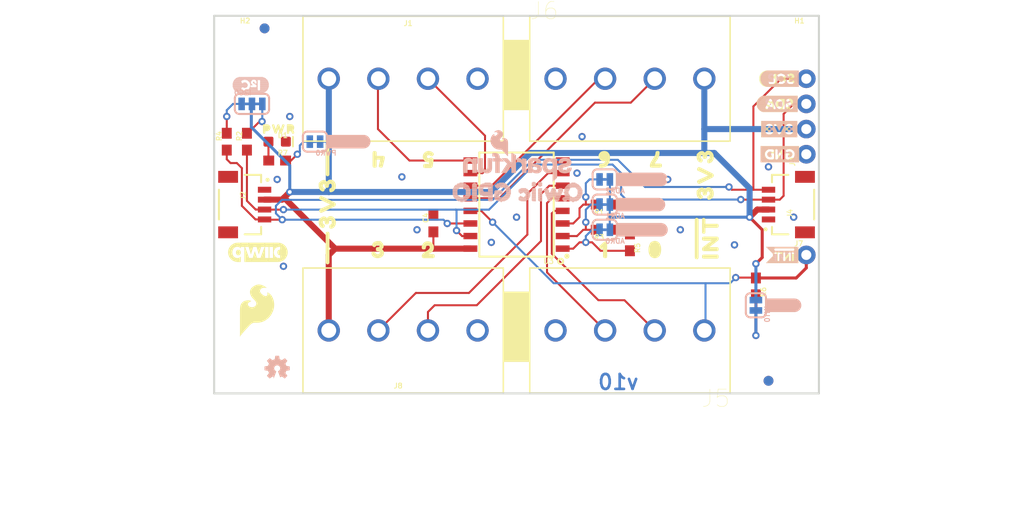
<source format=kicad_pcb>
(kicad_pcb (version 20211014) (generator pcbnew)
  (layers (0 "F.Cu" signal) (31 "B.Cu" signal) (34 "B.Paste" user) (35 "F.Paste" user) (36 "B.SilkS" user "B.Silkscreen") (37 "F.SilkS" user "F.Silkscreen") (38 "B.Mask" user) (39 "F.Mask" user) (44 "Edge.Cuts" user))
  (net 0 "")
  (net 1 "3.3V")
  (net 2 "GND")
  (net 3 "SCL_PU1")
  (net 4 "SDA_PU1")
  (net 5 "~{INT}")
  (net 6 "ADR0")
  (net 7 "ADR1")
  (net 8 "ADR2")
  (net 9 "SDA")
  (net 10 "SCL")
  (net 11 "P0")
  (net 12 "P2")
  (net 13 "P3")
  (net 14 "P1")
  (net 15 "N$1")
  (net 16 "N$2")
  (net 17 "N$3")
  (net 18 "P4")
  (net 19 "P5")
  (net 20 "P6")
  (net 21 "P7")
  (footprint "boardEagle:LATCHTERMINAL-5MM-4" (layer "F.Cu") (at 137.0711 92.3036)
    (fp_text reference "J1" (at 0 -5.588) (layer "F.SilkS") (effects (font (size 0.512064 0.512064) (thickness 0.097536)) (justify left)))
    (fp_text value "" (at 0 5.08) (layer "F.SilkS") (effects (font (size 0.512064 0.512064) (thickness 0.097536)) (justify left)))
    (pad "1" thru_hole circle (at -7.5 0) (size 2.25 2.25) (drill 1.5) (layers *.Cu *.Mask) (net 1 "3.3V"))
    (pad "2" thru_hole circle (at -2.5 0) (size 2.25 2.25) (drill 1.5) (layers *.Cu *.Mask) (net 18 "P4"))
    (pad "3" thru_hole circle (at 2.5 0) (size 2.25 2.25) (drill 1.5) (layers *.Cu *.Mask) (net 19 "P5"))
    (pad "4" thru_hole circle (at 7.5 0) (size 2.25 2.25) (drill 1.5) (layers *.Cu *.Mask) (net 2 "GND"))
  )
  (footprint "boardEagle:0603" (layer "F.Cu") (at 159.9311 108.8136 -90)
    (fp_text reference "R5" (at 0 -0.762 90) (layer "F.SilkS") (effects (font (size 0.512064 0.512064) (thickness 0.097536)) (justify right)))
    (fp_text value "2.2k")
    (pad "1" smd rect (at -0.85 0 270) (size 1.1 1) (layers "F.Cu" "F.Paste" "F.Mask") (net 2 "GND"))
    (pad "2" smd rect (at 0.85 0 270) (size 1.1 1) (layers "F.Cu" "F.Paste" "F.Mask") (net 6 "ADR0"))
  )
  (footprint "boardEagle:FIDUCIAL-1X2" (layer "F.Cu") (at 123.1011 87.2236)
    (fp_text reference "JP6" hide)
    (fp_text value "FIDUCIAL1X2" hide)
    (pad "1" smd roundrect (at 0 0) (size 1 1) (layers "F.Cu" "F.Mask") (roundrect_rratio 0.5))
  )
  (footprint "boardEagle:SFE_LOGO_FLAME_.2" (layer "F.Cu") (at 122.3391 115.6716)
    (fp_text reference "LOGO4" hide)
    (fp_text value "SFE_LOGO_FLAME.2_INCH" hide)
  )
  (footprint "boardEagle:3V33" (layer "F.Cu") (at 172.6311 97.3836)
    (fp_text reference "U$3" hide)
    (fp_text value "" hide)
  )
  (footprint "boardEagle:STAND-OFF" (layer "F.Cu") (at 176.4411 121.5136)
    (fp_text reference "JP4" hide)
    (fp_text value "STAND-OFF" hide)
    (pad "" np_thru_hole circle (at 0 0) (size 3.302 3.302) (drill 3.302) (layers *.Cu *.Mask))
  )
  (footprint "boardEagle:STAND-OFF" (layer "F.Cu") (at 120.5611 88.4936)
    (fp_text reference "H2" (at 0 -2.032) (layer "F.SilkS") (effects (font (size 0.512064 0.512064) (thickness 0.097536)) (justify left)))
    (fp_text value "STAND-OFF")
    (pad "" np_thru_hole circle (at 0 0) (size 3.302 3.302) (drill 3.302) (layers *.Cu *.Mask))
  )
  (footprint "boardEagle:LATCHTERMINAL-5MM-4" (layer "F.Cu") (at 137.0711 117.7036 180)
    (fp_text reference "J8" (at 0 -5.588) (layer "F.SilkS") (effects (font (size 0.512064 0.512064) (thickness 0.097536)) (justify right)))
    (fp_text value "" (at 0 5.08) (layer "F.SilkS") (effects (font (size 0.512064 0.512064) (thickness 0.097536)) (justify right)))
    (pad "1" thru_hole circle (at -7.5 0 180) (size 2.25 2.25) (drill 1.5) (layers *.Cu *.Mask) (net 2 "GND"))
    (pad "2" thru_hole circle (at -2.5 0 180) (size 2.25 2.25) (drill 1.5) (layers *.Cu *.Mask) (net 12 "P2"))
    (pad "3" thru_hole circle (at 2.5 0 180) (size 2.25 2.25) (drill 1.5) (layers *.Cu *.Mask) (net 13 "P3"))
    (pad "4" thru_hole circle (at 7.5 0 180) (size 2.25 2.25) (drill 1.5) (layers *.Cu *.Mask) (net 1 "3.3V"))
  )
  (footprint "boardEagle:60" (layer "F.Cu") (at 159.1691 100.4316 180)
    (fp_text reference "U$35" hide)
    (fp_text value "" hide)
  )
  (footprint "boardEagle:FIDUCIAL-1X2" (layer "F.Cu") (at 173.9011 122.7836)
    (fp_text reference "JP2" hide)
    (fp_text value "FIDUCIAL1X2" hide)
    (pad "1" smd roundrect (at 0 0) (size 1 1) (layers "F.Cu" "F.Mask") (roundrect_rratio 0.5))
  )
  (footprint "boardEagle:QWIIC_6MM" (layer "F.Cu") (at 122.4661 109.8296)
    (fp_text reference "U$21" hide)
    (fp_text value "" hide)
  )
  (footprint "boardEagle:GND4" (layer "F.Cu") (at 172.6311 99.9236)
    (fp_text reference "U$7" hide)
    (fp_text value "" hide)
  )
  (footprint "boardEagle:50" (layer "F.Cu") (at 141.3891 100.4316 180)
    (fp_text reference "U$33" hide)
    (fp_text value "" hide)
  )
  (footprint "boardEagle:1X01_NO_SILK" (layer "F.Cu") (at 177.7111 110.0836)
    (fp_text reference "J7" (at -1.27 -1.143) (layer "F.SilkS") (effects (font (size 0.512064 0.512064) (thickness 0.097536)) (justify left)))
    (fp_text value "")
    (pad "1" thru_hole circle (at 0 0 90) (size 1.8796 1.8796) (drill 1.016) (layers *.Cu *.Mask) (net 5 "~{INT}"))
  )
  (footprint "boardEagle:0603" (layer "F.Cu") (at 140.1191 106.9086 90)
    (fp_text reference "C4" (at 0 -0.762 90) (layer "F.SilkS") (effects (font (size 0.512064 0.512064) (thickness 0.097536)) (justify left)))
    (fp_text value "0.1uF")
    (pad "1" smd rect (at -0.85 0 90) (size 1.1 1) (layers "F.Cu" "F.Paste" "F.Mask") (net 1 "3.3V"))
    (pad "2" smd rect (at 0.85 0 90) (size 1.1 1) (layers "F.Cu" "F.Paste" "F.Mask") (net 2 "GND"))
  )
  (footprint "boardEagle:#GND#0" (layer "F.Cu") (at 148.5011 96.1136 90)
    (fp_text reference "U$40" hide)
    (fp_text value "" hide)
  )
  (footprint "boardEagle:00" (layer "F.Cu") (at 160.5661 109.5756)
    (fp_text reference "U$14" hide)
    (fp_text value "" hide)
  )
  (footprint "boardEagle:LED-0603" (layer "F.Cu") (at 124.3711 98.6536)
    (fp_text reference "D1" (at 0 -0.635) (layer "F.SilkS") (effects (font (size 0.512064 0.512064) (thickness 0.097536)) (justify left)))
    (fp_text value "RED")
    (pad "A" smd roundrect (at -0.877 0 270) (size 1 1) (layers "F.Cu" "F.Paste" "F.Mask") (roundrect_rratio 0.15) (net 16 "N$2"))
    (pad "C" smd roundrect (at 0.877 0 270) (size 1 1) (layers "F.Cu" "F.Paste" "F.Mask") (roundrect_rratio 0.15) (net 2 "GND"))
  )
  (footprint "boardEagle:70" (layer "F.Cu") (at 164.3761 100.4316 180)
    (fp_text reference "U$37" hide)
    (fp_text value "" hide)
  )
  (footprint "boardEagle:0603" (layer "F.Cu") (at 172.6311 113.2586 -90)
    (fp_text reference "R6" (at 0 -0.762 90) (layer "F.SilkS") (effects (font (size 0.512064 0.512064) (thickness 0.097536)) (justify right)))
    (fp_text value "10k")
    (pad "1" smd rect (at -0.85 0 270) (size 1.1 1) (layers "F.Cu" "F.Paste" "F.Mask") (net 5 "~{INT}"))
    (pad "2" smd rect (at 0.85 0 270) (size 1.1 1) (layers "F.Cu" "F.Paste" "F.Mask") (net 15 "N$1"))
  )
  (footprint "boardEagle:10" (layer "F.Cu") (at 155.6131 109.5756)
    (fp_text reference "U$6" hide)
    (fp_text value "" hide)
  )
  (footprint "boardEagle:STAND-OFF" (layer "F.Cu") (at 120.5611 121.5136)
    (fp_text reference "JP3" hide)
    (fp_text value "STAND-OFF" hide)
    (pad "" np_thru_hole circle (at 0 0) (size 3.302 3.302) (drill 3.302) (layers *.Cu *.Mask))
  )
  (footprint "boardEagle:PWR0" (layer "F.Cu") (at 122.2121 97.3836)
    (fp_text reference "U$34" hide)
    (fp_text value "" hide)
  )
  (footprint "boardEagle:0603" (layer "F.Cu") (at 157.3911 105.0036 180)
    (fp_text reference "R1" (at 0 -0.762) (layer "F.SilkS") (effects (font (size 0.512064 0.512064) (thickness 0.097536)) (justify right)))
    (fp_text value "2.2k")
    (pad "1" smd rect (at -0.85 0 180) (size 1.1 1) (layers "F.Cu" "F.Paste" "F.Mask") (net 2 "GND"))
    (pad "2" smd rect (at 0.85 0 180) (size 1.1 1) (layers "F.Cu" "F.Paste" "F.Mask") (net 8 "ADR2"))
  )
  (footprint "boardEagle:LATCHTERMINAL-5MM-4" (layer "F.Cu") (at 159.9311 117.7036 180)
    (fp_text reference "J5" (at -10.16 -6.858) (layer "F.SilkS") (effects (font (size 1.738986 1.738986) (thickness 0.039014)) (justify right)))
    (fp_text value "" (at -10.16 8.89) (layer "F.SilkS") (effects (font (size 1.738986 1.738986) (thickness 0.039014)) (justify right)))
    (pad "1" thru_hole circle (at -7.5 0 180) (size 2.25 2.25) (drill 1.5) (layers *.Cu *.Mask) (net 5 "~{INT}"))
    (pad "2" thru_hole circle (at -2.5 0 180) (size 2.25 2.25) (drill 1.5) (layers *.Cu *.Mask) (net 11 "P0"))
    (pad "3" thru_hole circle (at 2.5 0 180) (size 2.25 2.25) (drill 1.5) (layers *.Cu *.Mask) (net 14 "P1"))
    (pad "4" thru_hole circle (at 7.5 0 180) (size 2.25 2.25) (drill 1.5) (layers *.Cu *.Mask) (net 2 "GND"))
  )
  (footprint "boardEagle:3V30" (layer "F.Cu") (at 167.5511 105.7656 90)
    (fp_text reference "U$31" hide)
    (fp_text value "" hide)
  )
  (footprint "boardEagle:1X04_NO_SILK" (layer "F.Cu") (at 177.7111 99.9236 90)
    (fp_text reference "J9" (at -1.27 -1.397 90) (layer "F.SilkS") (effects (font (size 0.512064 0.512064) (thickness 0.097536)) (justify left)))
    (fp_text value "")
    (pad "1" thru_hole circle (at 0 0 180) (size 1.8796 1.8796) (drill 1.016) (layers *.Cu *.Mask) (net 2 "GND"))
    (pad "2" thru_hole circle (at 2.54 0 180) (size 1.8796 1.8796) (drill 1.016) (layers *.Cu *.Mask) (net 1 "3.3V"))
    (pad "3" thru_hole circle (at 5.08 0 180) (size 1.8796 1.8796) (drill 1.016) (layers *.Cu *.Mask) (net 9 "SDA"))
    (pad "4" thru_hole circle (at 7.62 0 180) (size 1.8796 1.8796) (drill 1.016) (layers *.Cu *.Mask) (net 10 "SCL"))
  )
  (footprint "boardEagle:JST04_1MM_RA" (layer "F.Cu") (at 123.1011 105.0036 -90)
    (fp_text reference "J2" (at -1.397 2.159 90) (layer "F.SilkS") (effects (font (size 0.512064 0.512064) (thickness 0.097536)) (justify right)))
    (fp_text value "QWIIC")
    (pad "1" smd rect (at -1.5 0 270) (size 0.6 1.35) (layers "F.Cu" "F.Paste" "F.Mask") (net 2 "GND"))
    (pad "2" smd rect (at -0.5 0 270) (size 0.6 1.35) (layers "F.Cu" "F.Paste" "F.Mask") (net 1 "3.3V"))
    (pad "3" smd rect (at 0.5 0 270) (size 0.6 1.35) (layers "F.Cu" "F.Paste" "F.Mask") (net 9 "SDA"))
    (pad "4" smd rect (at 1.5 0 270) (size 0.6 1.35) (layers "F.Cu" "F.Paste" "F.Mask") (net 10 "SCL"))
    (pad "NC1" smd rect (at 2.8 3.675 270) (size 1.2 2) (layers "F.Cu" "F.Paste" "F.Mask"))
    (pad "NC2" smd rect (at -2.8 3.675 270) (size 1.2 2) (layers "F.Cu" "F.Paste" "F.Mask"))
  )
  (footprint "boardEagle:#INT0" (layer "F.Cu") (at 173.3931 110.0836)
    (fp_text reference "U$22" hide)
    (fp_text value "" hide)
  )
  (footprint "boardEagle:LATCHTERMINAL-5MM-4" (layer "F.Cu") (at 159.9311 92.3036)
    (fp_text reference "J6" (at -10.16 -6.858) (layer "F.SilkS") (effects (font (size 1.738986 1.738986) (thickness 0.039014)) (justify left)))
    (fp_text value "" (at -10.16 8.89) (layer "F.SilkS") (effects (font (size 1.738986 1.738986) (thickness 0.039014)) (justify left)))
    (pad "1" thru_hole circle (at -7.5 0) (size 2.25 2.25) (drill 1.5) (layers *.Cu *.Mask) (net 2 "GND"))
    (pad "2" thru_hole circle (at -2.5 0) (size 2.25 2.25) (drill 1.5) (layers *.Cu *.Mask) (net 20 "P6"))
    (pad "3" thru_hole circle (at 2.5 0) (size 2.25 2.25) (drill 1.5) (layers *.Cu *.Mask) (net 21 "P7"))
    (pad "4" thru_hole circle (at 7.5 0) (size 2.25 2.25) (drill 1.5) (layers *.Cu *.Mask) (net 1 "3.3V"))
  )
  (footprint "boardEagle:20" (layer "F.Cu") (at 137.7061 109.5756)
    (fp_text reference "U$2" hide)
    (fp_text value "" hide)
  )
  (footprint "boardEagle:SDA5" (layer "F.Cu") (at 172.6311 94.8436)
    (fp_text reference "U$10" hide)
    (fp_text value "" hide)
  )
  (footprint "boardEagle:0603" (layer "F.Cu") (at 157.3911 107.5436 180)
    (fp_text reference "R3" (at 0 -0.762) (layer "F.SilkS") (effects (font (size 0.512064 0.512064) (thickness 0.097536)) (justify right)))
    (fp_text value "2.2k")
    (pad "1" smd rect (at -0.85 0 180) (size 1.1 1) (layers "F.Cu" "F.Paste" "F.Mask") (net 2 "GND"))
    (pad "2" smd rect (at 0.85 0 180) (size 1.1 1) (layers "F.Cu" "F.Paste" "F.Mask") (net 7 "ADR1"))
  )
  (footprint "boardEagle:0603" (layer "F.Cu") (at 119.2911 98.6536 90)
    (fp_text reference "R4" (at 0 -0.762 90) (layer "F.SilkS") (effects (font (size 0.512064 0.512064) (thickness 0.097536)) (justify left)))
    (fp_text value "2.2k")
    (pad "1" smd rect (at -0.85 0 90) (size 1.1 1) (layers "F.Cu" "F.Paste" "F.Mask") (net 10 "SCL"))
    (pad "2" smd rect (at 0.85 0 90) (size 1.1 1) (layers "F.Cu" "F.Paste" "F.Mask") (net 4 "SDA_PU1"))
  )
  (footprint "boardEagle:40" (layer "F.Cu") (at 136.4361 100.4316 180)
    (fp_text reference "U$32" hide)
    (fp_text value "" hide)
  )
  (footprint "boardEagle:CREATIVE_COMMONS" (layer "F.Cu") (at 116.7511 134.2136)
    (fp_text reference "FRAME1" hide)
    (fp_text value "FRAME-LETTER" hide)
  )
  (footprint "boardEagle:3V30" (layer "F.Cu") (at 129.4511 108.6866 90)
    (fp_text reference "U$30" hide)
    (fp_text value "" hide)
  )
  (footprint "boardEagle:0603" (layer "F.Cu") (at 124.3711 100.5586)
    (fp_text reference "R7" (at 0 -0.762) (layer "F.SilkS") (effects (font (size 0.512064 0.512064) (thickness 0.097536)) (justify left)))
    (fp_text value "1k")
    (pad "1" smd rect (at -0.85 0) (size 1.1 1) (layers "F.Cu" "F.Paste" "F.Mask") (net 16 "N$2"))
    (pad "2" smd rect (at 0.85 0) (size 1.1 1) (layers "F.Cu" "F.Paste" "F.Mask") (net 17 "N$3"))
  )
  (footprint "boardEagle:#INT0" (layer "F.Cu") (at 167.8051 111.7346 90)
    (fp_text reference "U$29" hide)
    (fp_text value "" hide)
  )
  (footprint "boardEagle:30" (layer "F.Cu") (at 132.6261 109.5756)
    (fp_text reference "U$4" hide)
    (fp_text value "" hide)
  )
  (footprint "boardEagle:#GND#0" (layer "F.Cu") (at 148.5011 121.5136 90)
    (fp_text reference "U$38" hide)
    (fp_text value "" hide)
  )
  (footprint "boardEagle:0603" (layer "F.Cu") (at 121.3231 98.6536 90)
    (fp_text reference "R2" (at 0 -0.762 90) (layer "F.SilkS") (effects (font (size 0.512064 0.512064) (thickness 0.097536)) (justify left)))
    (fp_text value "2.2k")
    (pad "1" smd rect (at -0.85 0 90) (size 1.1 1) (layers "F.Cu" "F.Paste" "F.Mask") (net 9 "SDA"))
    (pad "2" smd rect (at 0.85 0 90) (size 1.1 1) (layers "F.Cu" "F.Paste" "F.Mask") (net 3 "SCL_PU1"))
  )
  (footprint "boardEagle:JST04_1MM_RA" (layer "F.Cu") (at 173.9011 105.0036 90)
    (fp_text reference "J4" (at -1.397 2.159 90) (layer "F.SilkS") (effects (font (size 0.512064 0.512064) (thickness 0.097536)) (justify left)))
    (fp_text value "QWIIC")
    (pad "1" smd rect (at -1.5 0 90) (size 0.6 1.35) (layers "F.Cu" "F.Paste" "F.Mask") (net 2 "GND"))
    (pad "2" smd rect (at -0.5 0 90) (size 0.6 1.35) (layers "F.Cu" "F.Paste" "F.Mask") (net 1 "3.3V"))
    (pad "3" smd rect (at 0.5 0 90) (size 0.6 1.35) (layers "F.Cu" "F.Paste" "F.Mask") (net 9 "SDA"))
    (pad "4" smd rect (at 1.5 0 90) (size 0.6 1.35) (layers "F.Cu" "F.Paste" "F.Mask") (net 10 "SCL"))
    (pad "NC1" smd rect (at 2.8 3.675 90) (size 1.2 2) (layers "F.Cu" "F.Paste" "F.Mask"))
    (pad "NC2" smd rect (at -2.8 3.675 90) (size 1.2 2) (layers "F.Cu" "F.Paste" "F.Mask"))
  )
  (footprint "boardEagle:SCL6" (layer "F.Cu") (at 172.8851 92.3036)
    (fp_text reference "U$9" hide)
    (fp_text value "" hide)
  )
  (footprint "boardEagle:REVISION" (layer "F.Cu") (at 128.1811 136.7536)
    (fp_text reference "LOGO2" hide)
    (fp_text value "REVISION" hide)
  )
  (footprint "boardEagle:STAND-OFF" (layer "F.Cu") (at 176.4411 88.4936)
    (fp_text reference "H1" (at 0 -2.032) (layer "F.SilkS") (effects (font (size 0.512064 0.512064) (thickness 0.097536)) (justify left)))
    (fp_text value "STAND-OFF")
    (pad "" np_thru_hole circle (at 0 0) (size 3.302 3.302) (drill 3.302) (layers *.Cu *.Mask))
  )
  (footprint "boardEagle:16SOIC" (layer "F.Cu") (at 148.5011 105.0036 180)
    (fp_text reference "U3" (at -3.81 -5.715) (layer "F.SilkS") (effects (font (size 0.512064 0.512064) (thickness 0.097536)) (justify right)))
    (fp_text value "TCA9534")
    (pad "1" smd rect (at -4.65 -4.445 180) (size 1.397 0.6477) (layers "F.Cu" "F.Paste" "F.Mask") (net 6 "ADR0"))
    (pad "2" smd rect (at -4.65 -3.175 180) (size 1.397 0.6477) (layers "F.Cu" "F.Paste" "F.Mask") (net 7 "ADR1"))
    (pad "3" smd rect (at -4.65 -1.905 180) (size 1.397 0.6477) (layers "F.Cu" "F.Paste" "F.Mask") (net 8 "ADR2"))
    (pad "4" smd rect (at -4.65 -0.635 180) (size 1.397 0.6477) (layers "F.Cu" "F.Paste" "F.Mask") (net 11 "P0"))
    (pad "5" smd rect (at -4.65 0.635 180) (size 1.397 0.6477) (layers "F.Cu" "F.Paste" "F.Mask") (net 14 "P1"))
    (pad "6" smd rect (at -4.65 1.905 180) (size 1.397 0.6477) (layers "F.Cu" "F.Paste" "F.Mask") (net 12 "P2"))
    (pad "7" smd rect (at -4.65 3.175 180) (size 1.397 0.6477) (layers "F.Cu" "F.Paste" "F.Mask") (net 13 "P3"))
    (pad "8" smd rect (at -4.65 4.445 180) (size 1.397 0.6477) (layers "F.Cu" "F.Paste" "F.Mask") (net 2 "GND"))
    (pad "9" smd rect (at 4.65 4.445 180) (size 1.397 0.6477) (layers "F.Cu" "F.Paste" "F.Mask") (net 18 "P4"))
    (pad "10" smd rect (at 4.65 3.175 180) (size 1.397 0.6477) (layers "F.Cu" "F.Paste" "F.Mask") (net 19 "P5"))
    (pad "11" smd rect (at 4.65 1.905 180) (size 1.397 0.6477) (layers "F.Cu" "F.Paste" "F.Mask") (net 20 "P6"))
    (pad "12" smd rect (at 4.65 0.635 180) (size 1.397 0.6477) (layers "F.Cu" "F.Paste" "F.Mask") (net 21 "P7"))
    (pad "13" smd rect (at 4.65 -0.635 180) (size 1.397 0.6477) (layers "F.Cu" "F.Paste" "F.Mask") (net 5 "~{INT}"))
    (pad "14" smd rect (at 4.65 -1.905 180) (size 1.397 0.6477) (layers "F.Cu" "F.Paste" "F.Mask") (net 10 "SCL"))
    (pad "15" smd rect (at 4.65 -3.175 180) (size 1.397 0.6477) (layers "F.Cu" "F.Paste" "F.Mask") (net 9 "SDA"))
    (pad "16" smd rect (at 4.65 -4.445 180) (size 1.397 0.6477) (layers "F.Cu" "F.Paste" "F.Mask") (net 1 "3.3V"))
  )
  (footprint "boardEagle:#INT#0" (layer "B.Cu") (at 177.2031 115.1636 180)
    (fp_text reference "U$12" hide)
    (fp_text value "" hide)
  )
  (footprint "boardEagle:SMT-JUMPER_2_NC_TRACE_SILK" (layer "B.Cu") (at 157.3911 102.4636)
    (fp_text reference "ADR2" (at 0 1.143) (layer "B.SilkS") (effects (font (size 0.512064 0.512064) (thickness 0.097536)) (justify right mirror)))
    (fp_text value "JUMPER-SMT_2_NC_TRACE_SILK")
    (fp_poly (pts (xy 0.1905 -0.13335) (xy -0.70485 -0.13335) (xy -0.70485 0.13335) (xy 0.1905 0.13335)) (layer "B.Cu") (width 0) (fill solid))
    (pad "1" smd rect (at -0.5207 0) (size 0.6604 1.27) (layers "B.Cu" "B.Mask") (net 8 "ADR2"))
    (pad "2" smd rect (at 0.5207 0) (size 0.6604 1.27) (layers "B.Cu" "B.Mask") (net 1 "3.3V"))
  )
  (footprint "boardEagle:GND4" (layer "B.Cu") (at 177.4571 99.9236 180)
    (fp_text reference "U$25" hide)
    (fp_text value "" hide)
  )
  (footprint "boardEagle:SCL0" (layer "B.Cu") (at 177.4571 92.3036 180)
    (fp_text reference "U$23" hide)
    (fp_text value "" hide)
  )
  (footprint "boardEagle:I2C" (layer "B.Cu") (at 123.6091 92.9386 180)
    (fp_text reference "U$1" hide)
    (fp_text value "" hide)
  )
  (footprint "boardEagle:FIDUCIAL-1X2" (layer "B.Cu") (at 173.9011 122.7836 -90)
    (fp_text reference "FD2" hide)
    (fp_text value "FIDUCIAL1X2" hide)
    (pad "1" smd roundrect (at 0 0 270) (size 1 1) (layers "B.Cu" "B.Mask") (roundrect_rratio 0.5))
  )
  (footprint "boardEagle:#ADR1#0" (layer "B.Cu") (at 163.4871 105.0036 180)
    (fp_text reference "U$5" hide)
    (fp_text value "" hide)
  )
  (footprint "boardEagle:SMT-JUMPER_3_2-NC_TRACE_SILK" (layer "B.Cu") (at 121.8311 94.8436 180)
    (fp_text reference "I2C0" (at 0 1.143) (layer "B.SilkS") (effects (font (size 0.512064 0.512064) (thickness 0.097536)) (justify left mirror)))
    (fp_text value "JUMPER-SMT_3_2-NC_TRACE_SILK")
    (fp_poly (pts (xy 0.7112 -0.13335) (xy -0.7112 -0.13335) (xy -0.7112 0.13335) (xy 0.7112 0.13335)) (layer "B.Cu") (width 0) (fill solid))
    (pad "1" smd rect (at -1.0414 0 180) (size 0.6604 1.27) (layers "B.Cu" "B.Mask") (net 3 "SCL_PU1"))
    (pad "2" smd rect (at 0 0 180) (size 0.6604 1.27) (layers "B.Cu" "B.Mask") (net 1 "3.3V"))
    (pad "3" smd rect (at 1.0414 0 180) (size 0.6604 1.27) (layers "B.Cu" "B.Mask") (net 4 "SDA_PU1"))
  )
  (footprint "boardEagle:SMT-JUMPER_2_NC_TRACE_SILK" (layer "B.Cu") (at 128.1811 98.6536)
    (fp_text reference "PWR0" (at 0 1.143) (layer "B.SilkS") (effects (font (size 0.512064 0.512064) (thickness 0.097536)) (justify right mirror)))
    (fp_text value "JUMPER-SMT_2_NC_TRACE_SILK")
    (fp_poly (pts (xy 0.1905 -0.13335) (xy -0.70485 -0.13335) (xy -0.70485 0.13335) (xy 0.1905 0.13335)) (layer "B.Cu") (width 0) (fill solid))
    (pad "1" smd rect (at -0.5207 0) (size 0.6604 1.27) (layers "B.Cu" "B.Mask") (net 17 "N$3"))
    (pad "2" smd rect (at 0.5207 0) (size 0.6604 1.27) (layers "B.Cu" "B.Mask") (net 1 "3.3V"))
  )
  (footprint "boardEagle:SDA1" (layer "B.Cu") (at 177.3301 94.8436 180)
    (fp_text reference "U$24" hide)
    (fp_text value "" hide)
  )
  (footprint "boardEagle:3V33" (layer "B.Cu") (at 177.3301 97.3836 180)
    (fp_text reference "U$26" hide)
    (fp_text value "" hide)
  )
  (footprint "boardEagle:#INT0" (layer "B.Cu") (at 177.5841 110.0836 180)
    (fp_text reference "U$13" hide)
    (fp_text value "" hide)
  )
  (footprint "boardEagle:SMT-JUMPER_2_NC_TRACE_SILK" (layer "B.Cu") (at 172.6311 115.1636 90)
    (fp_text reference "INT0" (at 0 1.143 90) (layer "B.SilkS") (effects (font (size 0.512064 0.512064) (thickness 0.097536)) (justify left mirror)))
    (fp_text value "JUMPER-SMT_2_NC_TRACE_SILK")
    (fp_poly (pts (xy 0.1905 -0.13335) (xy -0.70485 -0.13335) (xy -0.70485 0.13335) (xy 0.1905 0.13335)) (layer "B.Cu") (width 0) (fill solid))
    (pad "1" smd rect (at -0.5207 0 90) (size 0.6604 1.27) (layers "B.Cu" "B.Mask") (net 15 "N$1"))
    (pad "2" smd rect (at 0.5207 0 90) (size 0.6604 1.27) (layers "B.Cu" "B.Mask") (net 1 "3.3V"))
  )
  (footprint "boardEagle:FIDUCIAL-1X2" (layer "B.Cu") (at 123.1011 87.2236 180)
    (fp_text reference "FD1" hide)
    (fp_text value "FIDUCIAL1X2" hide)
    (pad "1" smd roundrect (at 0 0 180) (size 1 1) (layers "B.Cu" "B.Mask") (roundrect_rratio 0.5))
  )
  (footprint "boardEagle:#PWR#0" (layer "B.Cu") (at 133.7691 98.6536 180)
    (fp_text reference "U$39" hide)
    (fp_text value "" hide)
  )
  (footprint "boardEagle:OSHW-LOGO-MINI" (layer "B.Cu") (at 124.3711 121.5136 180)
    (fp_text reference "LOGO1" hide)
    (fp_text value "OSHW-LOGOMINI" hide)
  )
  (footprint "boardEagle:SMT-JUMPER_2_NC_TRACE_SILK" (layer "B.Cu") (at 157.3911 105.0036)
    (fp_text reference "ADR1" (at 0 1.143) (layer "B.SilkS") (effects (font (size 0.512064 0.512064) (thickness 0.097536)) (justify right mirror)))
    (fp_text value "JUMPER-SMT_2_NC_TRACE_SILK")
    (fp_poly (pts (xy 0.1905 -0.13335) (xy -0.70485 -0.13335) (xy -0.70485 0.13335) (xy 0.1905 0.13335)) (layer "B.Cu") (width 0) (fill solid))
    (pad "1" smd rect (at -0.5207 0) (size 0.6604 1.27) (layers "B.Cu" "B.Mask") (net 7 "ADR1"))
    (pad "2" smd rect (at 0.5207 0) (size 0.6604 1.27) (layers "B.Cu" "B.Mask") (net 1 "3.3V"))
  )
  (footprint "boardEagle:#ADR0#0" (layer "B.Cu") (at 163.7411 107.5436 180)
    (fp_text reference "U$15" hide)
    (fp_text value "" hide)
  )
  (footprint "boardEagle:SMT-JUMPER_2_NC_TRACE_SILK" (layer "B.Cu") (at 157.3911 107.5436)
    (fp_text reference "ADR0" (at 0 1.143) (layer "B.SilkS") (effects (font (size 0.512064 0.512064) (thickness 0.097536)) (justify right mirror)))
    (fp_text value "JUMPER-SMT_2_NC_TRACE_SILK")
    (fp_poly (pts (xy 0.1905 -0.13335) (xy -0.70485 -0.13335) (xy -0.70485 0.13335) (xy 0.1905 0.13335)) (layer "B.Cu") (width 0) (fill solid))
    (pad "1" smd rect (at -0.5207 0) (size 0.6604 1.27) (layers "B.Cu" "B.Mask") (net 6 "ADR0"))
    (pad "2" smd rect (at 0.5207 0) (size 0.6604 1.27) (layers "B.Cu" "B.Mask") (net 1 "3.3V"))
  )
  (footprint "boardEagle:#ADR2#0" (layer "B.Cu") (at 163.7411 102.4636 180)
    (fp_text reference "U$11" hide)
    (fp_text value "" hide)
  )
  (footprint "boardEagle:SFE_LOGO_NAME_FLAME_.1" (layer "B.Cu") (at 148.5011 101.1936 180)
    (fp_text reference "LOGO3" hide)
    (fp_text value "SFE_LOGO_NAME_FLAME.1_INCH" hide)
  )
  (footprint "boardEagle:QWIIC_GPIO7" (layer "B.Cu") (at 156.7561 103.7336 180)
    (fp_text reference "U$8" hide)
    (fp_text value "" hide)
  )
  (gr_line (start 129.4511 110.8456) (end 129.4511 107.9246) (layer "F.SilkS") (width 0.381))
  (gr_line (start 129.4511 101.9556) (end 129.4511 99.0346) (layer "F.SilkS") (width 0.381))
  (gr_circle (center 153.5811 110.2106) (end 153.7081 110.2106) (layer "F.SilkS") (width 0.254) (fill none))
  (gr_line (start 166.6621 110.3376) (end 166.6621 106.5276) (layer "F.SilkS") (width 0.381))
  (gr_line (start 178.9811 85.9536) (end 178.9811 124.0536) (layer "Edge.Cuts") (width 0.2032))
  (gr_line (start 178.9811 124.0536) (end 118.0211 124.0536) (layer "Edge.Cuts") (width 0.2032))
  (gr_line (start 118.0211 85.9536) (end 118.0211 124.0536) (layer "Edge.Cuts") (width 0.2032))
  (gr_line (start 118.0211 85.9536) (end 178.9811 85.9536) (layer "Edge.Cuts") (width 0.2032))
  (gr_text "v10" (at 160.9471 123.7996) (layer "B.Cu") (effects (font (size 1.5113 1.5113) (thickness 0.2667)) (justify left bottom mirror)))
  (segment (start 171.9961 106.2736) (end 173.2661 107.5436) (width 0.3048) (layer "F.Cu") (net 1))
  (segment (start 172.7661 105.5036) (end 173.9011 105.5036) (width 0.6096) (layer "F.Cu") (net 1))
  (segment (start 129.5711 117.7036) (end 129.5711 110.0906) (width 0.6096) (layer "F.Cu") (net 1))
  (segment (start 129.5711 110.0906) (end 130.2131 109.4486) (width 0.6096) (layer "F.Cu") (net 1))
  (segment (start 140.1191 109.4486) (end 143.8511 109.4486) (width 0.6096) (layer "F.Cu") (net 1))
  (segment (start 123.1011 104.5036) (end 124.8711 104.5036) (width 0.6096) (layer "F.Cu") (net 1))
  (segment (start 140.1191 107.7586) (end 140.1191 109.4486) (width 0.2032) (layer "F.Cu") (net 1))
  (segment (start 130.2131 109.4486) (end 125.0696 104.3051) (width 0.6096) (layer "F.Cu") (net 1))
  (segment (start 125.0696 104.3051) (end 125.6411 103.7336) (width 0.6096) (layer "F.Cu") (net 1))
  (segment (start 171.9961 106.2736) (end 172.7661 105.5036) (width 0.6096) (layer "F.Cu") (net 1))
  (segment (start 130.2131 109.4486) (end 140.1191 109.4486) (width 0.6096) (layer "F.Cu") (net 1))
  (segment (start 173.2661 107.5436) (end 173.2661 110.3376) (width 0.3048) (layer "F.Cu") (net 1))
  (segment (start 173.2661 110.3376) (end 172.6311 110.9726) (width 0.3048) (layer "F.Cu") (net 1))
  (segment (start 124.8711 104.5036) (end 125.0696 104.3051) (width 0.6096) (layer "F.Cu") (net 1))
  (via (at 172.6311 110.9726) (size 0.7366) (drill 0.381) (layers "F.Cu" "B.Cu") (net 1))
  (via (at 171.9961 106.2736) (size 0.7366) (drill 0.381) (layers "F.Cu" "B.Cu") (net 1))
  (via (at 125.6411 103.7336) (size 0.7366) (drill 0.381) (layers "F.Cu" "B.Cu") (net 1))
  (segment (start 149.8981 99.7966) (end 167.4241 99.7966) (width 0.6096) (layer "B.Cu") (net 1))
  (segment (start 157.9118 107.5436) (end 157.8991 107.5309) (width 0.3048) (layer "B.Cu") (net 1))
  (segment (start 129.5781 103.7336) (end 145.9611 103.7336) (width 0.6096) (layer "B.Cu") (net 1))
  (segment (start 145.9611 103.7336) (end 149.8981 99.7966) (width 0.6096) (layer "B.Cu") (net 1))
  (segment (start 157.8991 107.5309) (end 157.8991 106.2736) (width 0.2032) (layer "B.Cu") (net 1))
  (segment (start 171.9961 106.2736) (end 157.8991 106.2736) (width 0.3048) (layer "B.Cu") (net 1))
  (segment (start 171.9961 103.3526) (end 168.4401 99.7966) (width 0.6096) (layer "B.Cu") (net 1))
  (segment (start 157.9118 102.4636) (end 157.9118 105.0036) (width 0.2032) (layer "B.Cu") (net 1))
  (segment (start 129.5781 98.6536) (end 129.5781 103.7336) (width 0.6096) (layer "B.Cu") (net 1))
  (segment (start 121.8311 94.8436) (end 121.7676 94.9071) (width 0.2032) (layer "B.Cu") (net 1))
  (segment (start 125.6411 101.1936) (end 125.6411 101.0666) (width 0.2032) (layer "B.Cu") (net 1))
  (segment (start 125.6411 103.7336) (end 129.5781 103.7336) (width 0.6096) (layer "B.Cu") (net 1))
  (segment (start 167.4311 99.7896) (end 167.4241 99.7966) (width 0.2032) (layer "B.Cu") (net 1))
  (segment (start 128.7018 98.6536) (end 129.5781 98.6536) (width 0.2032) (layer "B.Cu") (net 1))
  (segment (start 167.4311 97.3836) (end 167.4311 99.7896) (width 0.6096) (layer "B.Cu") (net 1))
  (segment (start 129.5711 92.3036) (end 129.5781 92.3106) (width 0.2032) (layer "B.Cu") (net 1))
  (segment (start 129.5781 92.3106) (end 129.5781 98.6536) (width 0.6096) (layer "B.Cu") (net 1))
  (segment (start 167.4241 99.7966) (end 168.4401 99.7966) (width 0.6096) (layer "B.Cu") (net 1))
  (segment (start 157.8991 105.0163) (end 157.8991 106.2736) (width 0.2032) (layer "B.Cu") (net 1))
  (segment (start 121.7676 94.9071) (end 121.7676 97.1931) (width 0.3048) (layer "B.Cu") (net 1))
  (segment (start 171.9961 106.2736) (end 171.9961 103.3526) (width 0.6096) (layer "B.Cu") (net 1))
  (segment (start 167.4311 92.3036) (end 167.4311 97.3836) (width 0.6096) (layer "B.Cu") (net 1))
  (segment (start 172.6311 110.9726) (end 172.6311 114.6429) (width 0.3048) (layer "B.Cu") (net 1))
  (segment (start 157.9118 105.0036) (end 157.8991 105.0163) (width 0.2032) (layer "B.Cu") (net 1))
  (segment (start 177.7111 97.3836) (end 167.4311 97.3836) (width 0.6096) (layer "B.Cu") (net 1))
  (segment (start 125.6411 101.0666) (end 121.7676 97.1931) (width 0.3048) (layer "B.Cu") (net 1))
  (segment (start 125.6411 103.7336) (end 125.6411 101.1936) (width 0.3048) (layer "B.Cu") (net 1))
  (via (at 170.4721 109.0676) (size 0.7366) (drill 0.381) (layers "F.Cu" "B.Cu") (net 2))
  (via (at 155.1051 98.1456) (size 0.7366) (drill 0.381) (layers "F.Cu" "B.Cu") (net 2))
  (via (at 125.6411 96.1136) (size 0.7366) (drill 0.381) (layers "F.Cu" "B.Cu") (net 2))
  (via (at 124.3711 102.4636) (size 0.7366) (drill 0.381) (layers "F.Cu" "B.Cu") (net 2))
  (via (at 145.9611 108.8136) (size 0.7366) (drill 0.381) (layers "F.Cu" "B.Cu") (net 2))
  (via (at 125.0061 111.2266) (size 0.7366) (drill 0.381) (layers "F.Cu" "B.Cu") (net 2))
  (via (at 148.5011 106.2736) (size 0.7366) (drill 0.381) (layers "F.Cu" "B.Cu") (net 2))
  (via (at 163.7411 102.4636) (size 0.7366) (drill 0.381) (layers "F.Cu" "B.Cu") (net 2))
  (via (at 165.0111 107.5436) (size 0.7366) (drill 0.381) (layers "F.Cu" "B.Cu") (net 2))
  (via (at 136.9441 102.2096) (size 0.7366) (drill 0.381) (layers "F.Cu" "B.Cu") (net 2))
  (via (at 176.4411 106.2736) (size 0.7366) (drill 0.381) (layers "F.Cu" "B.Cu") (net 2))
  (via (at 138.4681 107.5436) (size 0.7366) (drill 0.381) (layers "F.Cu" "B.Cu") (net 2))
  (via (at 173.9011 101.1936) (size 0.7366) (drill 0.381) (layers "F.Cu" "B.Cu") (net 2))
  (via (at 154.5971 101.8286) (size 0.7366) (drill 0.381) (layers "F.Cu" "B.Cu") (net 2))
  (segment (start 122.5931 96.6216) (end 122.8471 96.6216) (width 0.2032) (layer "F.Cu") (net 3))
  (segment (start 121.3231 97.8036) (end 121.411075 97.8036) (width 0.2032) (layer "F.Cu") (net 3))
  (segment (start 121.411087 97.803613) (end 122.5931 96.6216) (width 0.2032) (layer "F.Cu") (net 3))
  (segment (start 121.411075 97.8036) (end 121.411087 97.803613) (width 0.2032) (layer "F.Cu") (net 3))
  (via (at 122.8471 96.6216) (size 0.7366) (drill 0.381) (layers "F.Cu" "B.Cu") (net 3))
  (segment (start 122.8725 94.8436) (end 122.8725 96.5962) (width 0.2032) (layer "B.Cu") (net 3))
  (segment (start 122.8725 96.5962) (end 122.8471 96.6216) (width 0.2032) (layer "B.Cu") (net 3))
  (segment (start 119.2911 97.8036) (end 119.2911 96.1136) (width 0.2032) (layer "F.Cu") (net 4))
  (via (at 119.2911 96.1136) (size 0.7366) (drill 0.381) (layers "F.Cu" "B.Cu") (net 4))
  (segment (start 120.7897 94.8436) (end 119.9261 94.8436) (width 0.2032) (layer "B.Cu") (net 4))
  (segment (start 119.9261 94.8436) (end 119.2911 95.4786) (width 0.2032) (layer "B.Cu") (net 4))
  (segment (start 119.2911 96.1136) (end 119.2911 95.4786) (width 0.2032) (layer "B.Cu") (net 4))
  (segment (start 176.6951 112.4086) (end 177.7111 111.3926) (width 0.3048) (layer "F.Cu") (net 5))
  (segment (start 176.6951 112.4086) (end 172.6311 112.4086) (width 0.3048) (layer "F.Cu") (net 5))
  (segment (start 172.5921 112.3696) (end 172.6311 112.4086) (width 0.2032) (layer "F.Cu") (net 5))
  (segment (start 144.9451 105.6386) (end 146.0881 106.7816) (width 0.2032) (layer "F.Cu") (net 5))
  (segment (start 143.8511 105.6386) (end 144.9451 105.6386) (width 0.2032) (layer "F.Cu") (net 5))
  (segment (start 177.7111 111.3926) (end 177.7111 110.0836) (width 0.3048) (layer "F.Cu") (net 5))
  (segment (start 170.5991 112.3696) (end 172.5921 112.3696) (width 0.2032) (layer "F.Cu") (net 5))
  (via (at 146.0881 106.7816) (size 0.7366) (drill 0.381) (layers "F.Cu" "B.Cu") (net 5))
  (via (at 170.5991 112.3696) (size 0.7366) (drill 0.381) (layers "F.Cu" "B.Cu") (net 5))
  (segment (start 152.2476 112.9411) (end 167.5511 112.9411) (width 0.2032) (layer "B.Cu") (net 5))
  (segment (start 167.5511 112.9411) (end 170.0276 112.9411) (width 0.2032) (layer "B.Cu") (net 5))
  (segment (start 170.0276 112.9411) (end 170.5991 112.3696) (width 0.2032) (layer "B.Cu") (net 5))
  (segment (start 146.0881 106.7816) (end 152.2476 112.9411) (width 0.2032) (layer "B.Cu") (net 5))
  (segment (start 167.4311 117.7036) (end 167.5511 117.5836) (width 0.2032) (layer "B.Cu") (net 5))
  (segment (start 167.5511 117.5836) (end 167.5511 112.9411) (width 0.2032) (layer "B.Cu") (net 5))
  (segment (start 155.4861 108.8136) (end 156.1211 108.8136) (width 0.2032) (layer "F.Cu") (net 6))
  (segment (start 154.8511 108.8136) (end 154.2161 109.4486) (width 0.2032) (layer "F.Cu") (net 6))
  (segment (start 154.2161 109.4486) (end 153.1511 109.4486) (width 0.2032) (layer "F.Cu") (net 6))
  (segment (start 156.9711 109.6636) (end 159.9311 109.6636) (width 0.2032) (layer "F.Cu") (net 6))
  (segment (start 156.1211 108.8136) (end 156.9711 109.6636) (width 0.2032) (layer "F.Cu") (net 6))
  (segment (start 155.4861 108.8136) (end 154.8511 108.8136) (width 0.2032) (layer "F.Cu") (net 6))
  (via (at 155.4861 108.8136) (size 0.7366) (drill 0.381) (layers "F.Cu" "B.Cu") (net 6))
  (segment (start 156.8704 107.5436) (end 156.1211 107.5436) (width 0.2032) (layer "B.Cu") (net 6))
  (segment (start 155.4861 108.1786) (end 155.4861 108.8136) (width 0.2032) (layer "B.Cu") (net 6))
  (segment (start 156.1211 107.5436) (end 155.4861 108.1786) (width 0.2032) (layer "B.Cu") (net 6))
  (segment (start 155.2321 107.5436) (end 155.4861 107.5436) (width 0.2032) (layer "F.Cu") (net 7))
  (segment (start 153.1511 108.1786) (end 154.5971 108.1786) (width 0.2032) (layer "F.Cu") (net 7))
  (segment (start 156.5411 107.5436) (end 155.4861 107.5436) (width 0.2032) (layer "F.Cu") (net 7))
  (segment (start 155.4861 106.7816) (end 155.4861 107.5436) (width 0.2032) (layer "F.Cu") (net 7))
  (segment (start 154.5971 108.1786) (end 155.2321 107.5436) (width 0.2032) (layer "F.Cu") (net 7))
  (via (at 155.4861 106.7816) (size 0.7366) (drill 0.381) (layers "F.Cu" "B.Cu") (net 7))
  (segment (start 155.4861 105.5116) (end 155.4861 106.7816) (width 0.2032) (layer "B.Cu") (net 7))
  (segment (start 156.8704 105.0036) (end 155.9941 105.0036) (width 0.2032) (layer "B.Cu") (net 7))
  (segment (start 155.9941 105.0036) (end 155.4861 105.5116) (width 0.2032) (layer "B.Cu") (net 7))
  (segment (start 153.1511 106.9086) (end 154.2161 106.9086) (width 0.2032) (layer "F.Cu") (net 8))
  (segment (start 155.4861 105.0036) (end 156.5411 105.0036) (width 0.2032) (layer "F.Cu") (net 8))
  (segment (start 154.2161 106.9086) (end 154.8511 106.2736) (width 0.2032) (layer "F.Cu") (net 8))
  (segment (start 155.4861 104.2416) (end 155.4861 105.0036) (width 0.2032) (layer "F.Cu") (net 8))
  (segment (start 154.8511 106.2736) (end 154.8511 105.3846) (width 0.2032) (layer "F.Cu") (net 8))
  (segment (start 155.2321 105.0036) (end 155.4861 105.0036) (width 0.2032) (layer "F.Cu") (net 8))
  (segment (start 154.8511 105.3846) (end 155.2321 105.0036) (width 0.2032) (layer "F.Cu") (net 8))
  (via (at 155.4861 104.2416) (size 0.7366) (drill 0.381) (layers "F.Cu" "B.Cu") (net 8))
  (segment (start 156.8704 102.4636) (end 155.8671 102.4636) (width 0.2032) (layer "B.Cu") (net 8))
  (segment (start 155.4861 102.8446) (end 155.4861 104.2416) (width 0.2032) (layer "B.Cu") (net 8))
  (segment (start 155.8671 102.4636) (end 155.4861 102.8446) (width 0.2032) (layer "B.Cu") (net 8))
  (segment (start 121.3231 99.5036) (end 121.3231 104.6226) (width 0.2032) (layer "F.Cu") (net 9))
  (segment (start 123.1011 105.5036) (end 122.2041 105.5036) (width 0.2032) (layer "F.Cu") (net 9))
  (segment (start 123.1091 105.5116) (end 123.1011 105.5036) (width 0.2032) (layer "F.Cu") (net 9))
  (segment (start 143.009481 108.1786) (end 142.45329 107.62241) (width 0.2032) (layer "F.Cu") (net 9))
  (segment (start 122.2041 105.5036) (end 121.3231 104.6226) (width 0.2032) (layer "F.Cu") (net 9))
  (segment (start 175.4251 95.8596) (end 176.4411 94.8436) (width 0.2032) (layer "F.Cu") (net 9))
  (segment (start 175.0361 104.5036) (end 173.9011 104.5036) (width 0.2032) (layer "F.Cu") (net 9))
  (segment (start 175.4251 95.8596) (end 175.4251 104.1146) (width 0.2032) (layer "F.Cu") (net 9))
  (segment (start 171.1151 104.5036) (end 173.9011 104.5036) (width 0.2032) (layer "F.Cu") (net 9))
  (segment (start 125.0061 105.5116) (end 123.1091 105.5116) (width 0.2032) (layer "F.Cu") (net 9))
  (segment (start 143.8511 108.1786) (end 143.009481 108.1786) (width 0.2032) (layer "F.Cu") (net 9))
  (segment (start 171.1071 104.4956) (end 171.1151 104.5036) (width 0.2032) (layer "F.Cu") (net 9))
  (segment (start 175.4251 104.1146) (end 175.0361 104.5036) (width 0.2032) (layer "F.Cu") (net 9))
  (segment (start 176.4411 94.8436) (end 177.7111 94.8436) (width 0.2032) (layer "F.Cu") (net 9))
  (via (at 125.0061 105.5116) (size 0.7366) (drill 0.381) (layers "F.Cu" "B.Cu") (net 9))
  (via (at 171.1071 104.4956) (size 0.7366) (drill 0.381) (layers "F.Cu" "B.Cu") (net 9))
  (via (at 142.45329 107.62241) (size 0.7366) (drill 0.381) (layers "F.Cu" "B.Cu") (net 9))
  (segment (start 142.45329 105.59041) (end 142.374481 105.5116) (width 0.2032) (layer "B.Cu") (net 9))
  (segment (start 142.45329 107.62241) (end 142.45329 105.59041) (width 0.2032) (layer "B.Cu") (net 9))
  (segment (start 145.730268 105.5116) (end 150.276868 100.965) (width 0.2032) (layer "B.Cu") (net 9))
  (segment (start 159.0421 103.9876) (end 159.5501 104.4956) (width 0.2032) (layer "B.Cu") (net 9))
  (segment (start 159.5501 104.4956) (end 171.1071 104.4956) (width 0.2032) (layer "B.Cu") (net 9))
  (segment (start 142.374481 105.5116) (end 125.0061 105.5116) (width 0.2032) (layer "B.Cu") (net 9))
  (segment (start 150.276868 100.965) (end 158.1785 100.965) (width 0.2032) (layer "B.Cu") (net 9))
  (segment (start 159.0421 101.8286) (end 159.0421 103.9876) (width 0.2032) (layer "B.Cu") (net 9))
  (segment (start 158.1785 100.965) (end 159.0421 101.8286) (width 0.2032) (layer "B.Cu") (net 9))
  (segment (start 142.374481 105.5116) (end 145.730268 105.5116) (width 0.2032) (layer "B.Cu") (net 9))
  (segment (start 119.2911 100.4316) (end 119.2911 99.5036) (width 0.2032) (layer "F.Cu") (net 10))
  (segment (start 119.6721 100.8126) (end 119.2911 100.4316) (width 0.2032) (layer "F.Cu") (net 10))
  (segment (start 172.3771 95.0976) (end 172.3771 103.5036) (width 0.2032) (layer "F.Cu") (net 10))
  (segment (start 120.8151 101.3206) (end 120.3071 100.8126) (width 0.2032) (layer "F.Cu") (net 10))
  (segment (start 123.1251 106.5276) (end 123.1011 106.5036) (width 0.2032) (layer "F.Cu") (net 10))
  (segment (start 124.8791 106.5276) (end 123.1251 106.5276) (width 0.2032) (layer "F.Cu") (net 10))
  (segment (start 120.3071 100.8126) (end 119.6721 100.8126) (width 0.2032) (layer "F.Cu") (net 10))
  (segment (start 175.1711 92.3036) (end 177.7111 92.3036) (width 0.2032) (layer "F.Cu") (net 10))
  (segment (start 123.1011 106.5036) (end 122.1881 106.5036) (width 0.2032) (layer "F.Cu") (net 10))
  (segment (start 172.3771 95.0976) (end 175.1711 92.3036) (width 0.2032) (layer "F.Cu") (net 10))
  (segment (start 173.9011 103.5036) (end 172.3771 103.5036) (width 0.2032) (layer "F.Cu") (net 10))
  (segment (start 170.1941 103.5036) (end 169.9161 103.2256) (width 0.2032) (layer "F.Cu") (net 10))
  (segment (start 122.1881 106.5036) (end 120.8151 105.1306) (width 0.2032) (layer "F.Cu") (net 10))
  (segment (start 141.5161 106.9086) (end 143.8511 106.9086) (width 0.2032) (layer "F.Cu") (net 10))
  (segment (start 120.8151 105.1306) (end 120.8151 101.3206) (width 0.2032) (layer "F.Cu") (net 10))
  (segment (start 172.3771 103.5036) (end 170.1941 103.5036) (width 0.2032) (layer "F.Cu") (net 10))
  (via (at 169.9161 103.2256) (size 0.7366) (drill 0.381) (layers "F.Cu" "B.Cu") (net 10))
  (via (at 124.8791 106.5276) (size 0.7366) (drill 0.381) (layers "F.Cu" "B.Cu") (net 10))
  (via (at 141.5161 106.9086) (size 0.7366) (drill 0.381) (layers "F.Cu" "B.Cu") (net 10))
  (segment (start 146.0881 104.523869) (end 124.850831 104.523869) (width 0.2032) (layer "B.Cu") (net 10))
  (segment (start 124.850831 104.523869) (end 124.2441 105.1306) (width 0.2032) (layer "B.Cu") (net 10))
  (segment (start 161.4551 103.2256) (end 158.7119 100.4824) (width 0.2032) (layer "B.Cu") (net 10))
  (segment (start 169.9161 103.2256) (end 161.4551 103.2256) (width 0.2032) (layer "B.Cu") (net 10))
  (segment (start 124.2441 105.1306) (end 124.2441 105.8926) (width 0.2032) (layer "B.Cu") (net 10))
  (segment (start 141.1351 106.5276) (end 141.5161 106.9086) (width 0.2032) (layer "B.Cu") (net 10))
  (segment (start 124.2441 105.8926) (end 124.8791 106.5276) (width 0.2032) (layer "B.Cu") (net 10))
  (segment (start 124.8791 106.5276) (end 141.1351 106.5276) (width 0.2032) (layer "B.Cu") (net 10))
  (segment (start 158.7119 100.4824) (end 150.129568 100.4824) (width 0.2032) (layer "B.Cu") (net 10))
  (segment (start 150.129568 100.4824) (end 146.0881 104.523869) (width 0.2032) (layer "B.Cu") (net 10))
  (segment (start 153.1511 105.6386) (end 152.3111 105.6386) (width 0.2032) (layer "F.Cu") (net 11))
  (segment (start 159.3831 114.6556) (end 156.7561 114.6556) (width 0.2032) (layer "F.Cu") (net 11))
  (segment (start 159.3831 114.6556) (end 162.4311 117.7036) (width 0.2032) (layer "F.Cu") (net 11))
  (segment (start 152.3111 105.6386) (end 152.0571 105.8926) (width 0.2032) (layer "F.Cu") (net 11))
  (segment (start 152.0571 109.9566) (end 156.7561 114.6556) (width 0.2032) (layer "F.Cu") (net 11))
  (segment (start 152.0571 105.8926) (end 152.0571 109.9566) (width 0.2032) (layer "F.Cu") (net 11))
  (segment (start 151.8031 103.0986) (end 150.9649 103.9368) (width 0.2032) (layer "F.Cu") (net 12))
  (segment (start 140.2461 115.1636) (end 139.5711 115.8386) (width 0.2032) (layer "F.Cu") (net 12))
  (segment (start 153.1511 103.0986) (end 151.8031 103.0986) (width 0.2032) (layer "F.Cu") (net 12))
  (segment (start 150.9649 108.6866) (end 144.4879 115.1636) (width 0.2032) (layer "F.Cu") (net 12))
  (segment (start 144.4879 115.1636) (end 140.2461 115.1636) (width 0.2032) (layer "F.Cu") (net 12))
  (segment (start 139.5711 115.8386) (end 139.5711 117.7036) (width 0.2032) (layer "F.Cu") (net 12))
  (segment (start 150.9649 103.9368) (end 150.9649 108.6866) (width 0.2032) (layer "F.Cu") (net 12))
  (segment (start 134.5711 117.7036) (end 138.3557 113.919) (width 0.2032) (layer "F.Cu") (net 13))
  (segment (start 153.1511 101.8286) (end 151.6812 101.8286) (width 0.2032) (layer "F.Cu") (net 13))
  (segment (start 149.5933 108.0313) (end 149.5933 103.9165) (width 0.2032) (layer "F.Cu") (net 13))
  (segment (start 143.7056 113.919) (end 149.5933 108.0313) (width 0.2032) (layer "F.Cu") (net 13))
  (segment (start 151.6812 101.8286) (end 149.5933 103.9165) (width 0.2032) (layer "F.Cu") (net 13))
  (segment (start 138.3557 113.919) (end 143.7056 113.919) (width 0.2032) (layer "F.Cu") (net 13))
  (segment (start 151.5745 111.847) (end 157.4311 117.7036) (width 0.2032) (layer "F.Cu") (net 14))
  (segment (start 152.0571 104.3686) (end 151.5745 104.8512) (width 0.2032) (layer "F.Cu") (net 14))
  (segment (start 153.1511 104.3686) (end 152.0571 104.3686) (width 0.2032) (layer "F.Cu") (net 14))
  (segment (start 151.5745 104.8512) (end 151.5745 111.847) (width 0.2032) (layer "F.Cu") (net 14))
  (segment (start 172.6311 114.1086) (end 172.6311 118.2116) (width 0.3048) (layer "F.Cu") (net 15))
  (via (at 172.6311 118.2116) (size 0.7366) (drill 0.381) (layers "F.Cu" "B.Cu") (net 15))
  (segment (start 172.6311 118.2116) (end 172.6311 115.6843) (width 0.3048) (layer "B.Cu") (net 15))
  (segment (start 123.4941 100.5316) (end 123.4941 98.6536) (width 0.2032) (layer "F.Cu") (net 16))
  (segment (start 123.5211 100.5586) (end 123.4941 100.5316) (width 0.2032) (layer "F.Cu") (net 16))
  (segment (start 125.7681 100.5586) (end 125.2211 100.5586) (width 0.2032) (layer "F.Cu") (net 17))
  (segment (start 125.7681 100.5586) (end 126.4031 99.9236) (width 0.2032) (layer "F.Cu") (net 17))
  (via (at 126.4031 99.9236) (size 0.7366) (drill 0.381) (layers "F.Cu" "B.Cu") (net 17))
  (segment (start 127.6604 98.6536) (end 127.0381 98.6536) (width 0.2032) (layer "B.Cu") (net 17))
  (segment (start 126.6571 99.6696) (end 126.6571 99.0346) (width 0.2032) (layer "B.Cu") (net 17))
  (segment (start 126.4031 99.9236) (end 126.6571 99.6696) (width 0.2032) (layer "B.Cu") (net 17))
  (segment (start 127.0381 98.6536) (end 126.6571 99.0346) (width 0.2032) (layer "B.Cu") (net 17))
  (segment (start 134.5311 97.3836) (end 134.5311 92.3436) (width 0.2032) (layer "F.Cu") (net 18))
  (segment (start 143.8511 100.5586) (end 137.7061 100.5586) (width 0.2032) (layer "F.Cu") (net 18))
  (segment (start 137.7061 100.5586) (end 134.5311 97.3836) (width 0.2032) (layer "F.Cu") (net 18))
  (segment (start 134.5311 92.3436) (end 134.5711 92.3036) (width 0.2032) (layer "F.Cu") (net 18))
  (segment (start 145.0721 101.8286) (end 143.8511 101.8286) (width 0.2032) (layer "F.Cu") (net 19))
  (segment (start 139.5711 92.3036) (end 145.3261 98.0586) (width 0.2032) (layer "F.Cu") (net 19))
  (segment (start 145.3261 101.5746) (end 145.0721 101.8286) (width 0.2032) (layer "F.Cu") (net 19))
  (segment (start 145.3261 98.0586) (end 145.3261 101.5746) (width 0.2032) (layer "F.Cu") (net 19))
  (segment (start 156.7961 92.3036) (end 157.4311 92.3036) (width 0.2032) (layer "F.Cu") (net 20))
  (segment (start 143.8511 103.0986) (end 146.0011 103.0986) (width 0.2032) (layer "F.Cu") (net 20))
  (segment (start 156.7961 92.3036) (end 146.0011 103.0986) (width 0.2032) (layer "F.Cu") (net 20))
  (segment (start 156.41 94.7166) (end 146.758 104.3686) (width 0.2032) (layer "F.Cu") (net 21))
  (segment (start 160.0181 94.7166) (end 156.41 94.7166) (width 0.2032) (layer "F.Cu") (net 21))
  (segment (start 162.4311 92.3036) (end 160.0181 94.7166) (width 0.2032) (layer "F.Cu") (net 21))
  (segment (start 146.758 104.3686) (end 143.8511 104.3686) (width 0.2032) (layer "F.Cu") (net 21))
)
</source>
